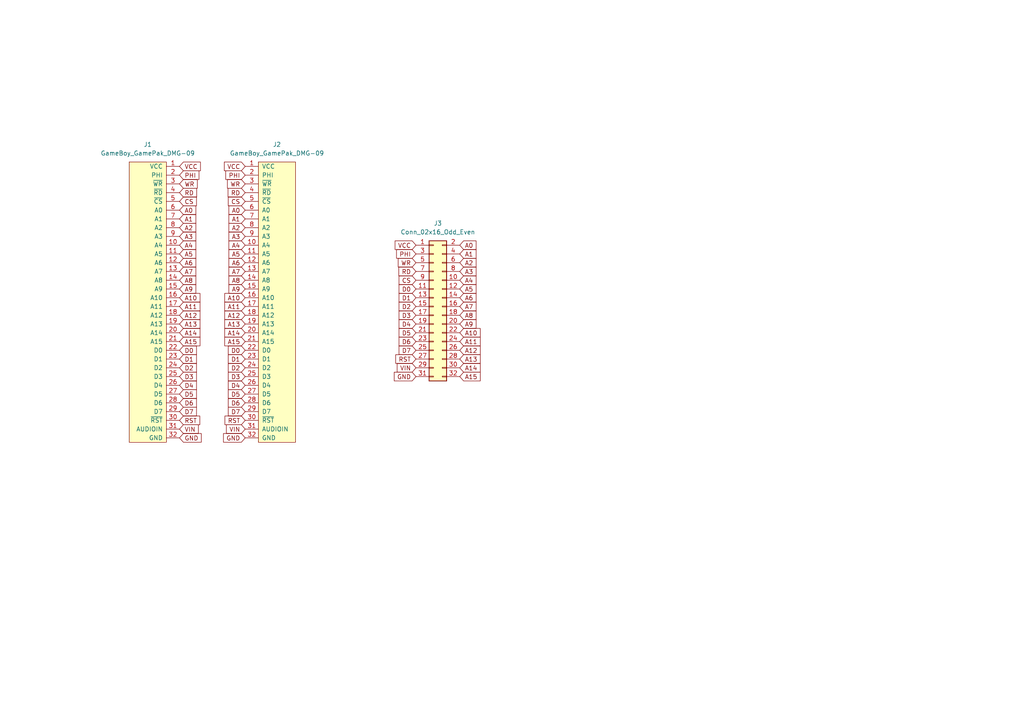
<source format=kicad_sch>
(kicad_sch (version 20250114) (generator "eeschema") (generator_version "9.0")
  (paper "A4")
  (lib_symbols
    (symbol "Connector_GameBoy:GameBoy_GamePak_DMG-09" (pin_names (offset 1.016))
      (property "Reference" "J" (at -1.27 41.91 0))
      (property "Value" "GameBoy_GamePak_DMG-09" (at -4.445 -42.545 0))
      (symbol "GameBoy_GamePak_DMG-09_0_1"
        (rectangle (start 0 40.64) (end -10.795 -40.64) (fill (type background)))
      )
      (symbol "GameBoy_GamePak_DMG-09_1_1"
        (pin passive line (at 3.81 39.37 180) (length 3.81) (name "VCC") (number "1"))
        (pin passive line (at 3.81 36.83 180) (length 3.81) (name "PHI") (number "2"))
        (pin passive line (at 3.81 34.29 180) (length 3.81) (name "~{WR}") (number "3"))
        (pin passive line (at 3.81 31.75 180) (length 3.81) (name "~{RD}") (number "4"))
        (pin passive line (at 3.81 29.21 180) (length 3.81) (name "~{CS}") (number "5"))
        (pin passive line (at 3.81 26.67 180) (length 3.81) (name "A0") (number "6"))
        (pin passive line (at 3.81 24.13 180) (length 3.81) (name "A1") (number "7"))
        (pin passive line (at 3.81 21.59 180) (length 3.81) (name "A2") (number "8"))
        (pin passive line (at 3.81 19.05 180) (length 3.81) (name "A3") (number "9"))
        (pin passive line (at 3.81 16.51 180) (length 3.81) (name "A4") (number "10"))
        (pin passive line (at 3.81 13.97 180) (length 3.81) (name "A5") (number "11"))
        (pin passive line (at 3.81 11.43 180) (length 3.81) (name "A6") (number "12"))
        (pin passive line (at 3.81 8.89 180) (length 3.81) (name "A7") (number "13"))
        (pin passive line (at 3.81 6.35 180) (length 3.81) (name "A8") (number "14"))
        (pin passive line (at 3.81 3.81 180) (length 3.81) (name "A9") (number "15"))
        (pin passive line (at 3.81 1.27 180) (length 3.81) (name "A10") (number "16"))
        (pin passive line (at 3.81 -1.27 180) (length 3.81) (name "A11") (number "17"))
        (pin passive line (at 3.81 -3.81 180) (length 3.81) (name "A12") (number "18"))
        (pin passive line (at 3.81 -6.35 180) (length 3.81) (name "A13") (number "19"))
        (pin passive line (at 3.81 -8.89 180) (length 3.81) (name "A14") (number "20"))
        (pin passive line (at 3.81 -11.43 180) (length 3.81) (name "A15") (number "21"))
        (pin passive line (at 3.81 -13.97 180) (length 3.81) (name "D0") (number "22"))
        (pin passive line (at 3.81 -16.51 180) (length 3.81) (name "D1") (number "23"))
        (pin passive line (at 3.81 -19.05 180) (length 3.81) (name "D2") (number "24"))
        (pin passive line (at 3.81 -21.59 180) (length 3.81) (name "D3") (number "25"))
        (pin passive line (at 3.81 -24.13 180) (length 3.81) (name "D4") (number "26"))
        (pin passive line (at 3.81 -26.67 180) (length 3.81) (name "D5") (number "27"))
        (pin passive line (at 3.81 -29.21 180) (length 3.81) (name "D6") (number "28"))
        (pin passive line (at 3.81 -31.75 180) (length 3.81) (name "D7") (number "29"))
        (pin passive line (at 3.81 -34.29 180) (length 3.81) (name "~{RST}") (number "30"))
        (pin passive line (at 3.81 -36.83 180) (length 3.81) (name "AUDIOIN") (number "31"))
        (pin passive line (at 3.81 -39.37 180) (length 3.81) (name "GND") (number "32"))
      )
    )
    (symbol "Connector_Generic:Conn_02x16_Odd_Even" (pin_names (offset 1.016) (hide yes))
      (property "Reference" "J" (at 1.27 20.32 0))
      (property "Value" "Conn_02x16_Odd_Even" (at 1.27 -22.86 0))
      (symbol "Conn_02x16_Odd_Even_1_1"
        (rectangle (start -1.27 19.05) (end 3.81 -21.59) (stroke (width 0.254)) (fill (type background)))
        (rectangle (start -1.27 17.907) (end 0 17.653) (stroke (width 0.1524)))
        (rectangle (start -1.27 15.367) (end 0 15.113) (stroke (width 0.1524)))
        (rectangle (start -1.27 12.827) (end 0 12.573) (stroke (width 0.1524)))
        (rectangle (start -1.27 10.287) (end 0 10.033) (stroke (width 0.1524)))
        (rectangle (start -1.27 7.747) (end 0 7.493) (stroke (width 0.1524)))
        (rectangle (start -1.27 5.207) (end 0 4.953) (stroke (width 0.1524)))
        (rectangle (start -1.27 2.667) (end 0 2.413) (stroke (width 0.1524)))
        (rectangle (start -1.27 0.127) (end 0 -0.127) (stroke (width 0.1524)))
        (rectangle (start -1.27 -2.413) (end 0 -2.667) (stroke (width 0.1524)))
        (rectangle (start -1.27 -4.953) (end 0 -5.207) (stroke (width 0.1524)))
        (rectangle (start -1.27 -7.493) (end 0 -7.747) (stroke (width 0.1524)))
        (rectangle (start -1.27 -10.033) (end 0 -10.287) (stroke (width 0.1524)))
        (rectangle (start -1.27 -12.573) (end 0 -12.827) (stroke (width 0.1524)))
        (rectangle (start -1.27 -15.113) (end 0 -15.367) (stroke (width 0.1524)))
        (rectangle (start -1.27 -17.653) (end 0 -17.907) (stroke (width 0.1524)))
        (rectangle (start -1.27 -20.193) (end 0 -20.447) (stroke (width 0.1524)))
        (rectangle (start 3.81 17.907) (end 2.54 17.653) (stroke (width 0.1524)))
        (rectangle (start 3.81 15.367) (end 2.54 15.113) (stroke (width 0.1524)))
        (rectangle (start 3.81 12.827) (end 2.54 12.573) (stroke (width 0.1524)))
        (rectangle (start 3.81 10.287) (end 2.54 10.033) (stroke (width 0.1524)))
        (rectangle (start 3.81 7.747) (end 2.54 7.493) (stroke (width 0.1524)))
        (rectangle (start 3.81 5.207) (end 2.54 4.953) (stroke (width 0.1524)))
        (rectangle (start 3.81 2.667) (end 2.54 2.413) (stroke (width 0.1524)))
        (rectangle (start 3.81 0.127) (end 2.54 -0.127) (stroke (width 0.1524)))
        (rectangle (start 3.81 -2.413) (end 2.54 -2.667) (stroke (width 0.1524)))
        (rectangle (start 3.81 -4.953) (end 2.54 -5.207) (stroke (width 0.1524)))
        (rectangle (start 3.81 -7.493) (end 2.54 -7.747) (stroke (width 0.1524)))
        (rectangle (start 3.81 -10.033) (end 2.54 -10.287) (stroke (width 0.1524)))
        (rectangle (start 3.81 -12.573) (end 2.54 -12.827) (stroke (width 0.1524)))
        (rectangle (start 3.81 -15.113) (end 2.54 -15.367) (stroke (width 0.1524)))
        (rectangle (start 3.81 -17.653) (end 2.54 -17.907) (stroke (width 0.1524)))
        (rectangle (start 3.81 -20.193) (end 2.54 -20.447) (stroke (width 0.1524)))
        (pin passive line (at -5.08 17.78 0) (length 3.81) (name "Pin_1") (number "1"))
        (pin passive line (at -5.08 15.24 0) (length 3.81) (name "Pin_3") (number "3"))
        (pin passive line (at -5.08 12.7 0) (length 3.81) (name "Pin_5") (number "5"))
        (pin passive line (at -5.08 10.16 0) (length 3.81) (name "Pin_7") (number "7"))
        (pin passive line (at -5.08 7.62 0) (length 3.81) (name "Pin_9") (number "9"))
        (pin passive line (at -5.08 5.08 0) (length 3.81) (name "Pin_11") (number "11"))
        (pin passive line (at -5.08 2.54 0) (length 3.81) (name "Pin_13") (number "13"))
        (pin passive line (at -5.08 0 0) (length 3.81) (name "Pin_15") (number "15"))
        (pin passive line (at -5.08 -2.54 0) (length 3.81) (name "Pin_17") (number "17"))
        (pin passive line (at -5.08 -5.08 0) (length 3.81) (name "Pin_19") (number "19"))
        (pin passive line (at -5.08 -7.62 0) (length 3.81) (name "Pin_21") (number "21"))
        (pin passive line (at -5.08 -10.16 0) (length 3.81) (name "Pin_23") (number "23"))
        (pin passive line (at -5.08 -12.7 0) (length 3.81) (name "Pin_25") (number "25"))
        (pin passive line (at -5.08 -15.24 0) (length 3.81) (name "Pin_27") (number "27"))
        (pin passive line (at -5.08 -17.78 0) (length 3.81) (name "Pin_29") (number "29"))
        (pin passive line (at -5.08 -20.32 0) (length 3.81) (name "Pin_31") (number "31"))
        (pin passive line (at 7.62 17.78 180) (length 3.81) (name "Pin_2") (number "2"))
        (pin passive line (at 7.62 15.24 180) (length 3.81) (name "Pin_4") (number "4"))
        (pin passive line (at 7.62 12.7 180) (length 3.81) (name "Pin_6") (number "6"))
        (pin passive line (at 7.62 10.16 180) (length 3.81) (name "Pin_8") (number "8"))
        (pin passive line (at 7.62 7.62 180) (length 3.81) (name "Pin_10") (number "10"))
        (pin passive line (at 7.62 5.08 180) (length 3.81) (name "Pin_12") (number "12"))
        (pin passive line (at 7.62 2.54 180) (length 3.81) (name "Pin_14") (number "14"))
        (pin passive line (at 7.62 0 180) (length 3.81) (name "Pin_16") (number "16"))
        (pin passive line (at 7.62 -2.54 180) (length 3.81) (name "Pin_18") (number "18"))
        (pin passive line (at 7.62 -5.08 180) (length 3.81) (name "Pin_20") (number "20"))
        (pin passive line (at 7.62 -7.62 180) (length 3.81) (name "Pin_22") (number "22"))
        (pin passive line (at 7.62 -10.16 180) (length 3.81) (name "Pin_24") (number "24"))
        (pin passive line (at 7.62 -12.7 180) (length 3.81) (name "Pin_26") (number "26"))
        (pin passive line (at 7.62 -15.24 180) (length 3.81) (name "Pin_28") (number "28"))
        (pin passive line (at 7.62 -17.78 180) (length 3.81) (name "Pin_30") (number "30"))
        (pin passive line (at 7.62 -20.32 180) (length 3.81) (name "Pin_32") (number "32"))
      )
    )
  )
  (global_label "PHI" (shape input) (at 52.07 50.8 0) (property "Intersheetrefs" "${INTERSHEET_REFS}" (effects (hide yes))))
  (global_label "CS" (shape input) (at 71.12 58.42 180) (property "Intersheetrefs" "${INTERSHEET_REFS}" (effects (hide yes))))
  (global_label "A13" (shape input) (at 133.35 104.14 0) (property "Intersheetrefs" "${INTERSHEET_REFS}" (effects (hide yes))))
  (global_label "GND" (shape input) (at 71.12 127 180) (property "Intersheetrefs" "${INTERSHEET_REFS}" (effects (hide yes))))
  (global_label "D1" (shape input) (at 71.12 104.14 180) (property "Intersheetrefs" "${INTERSHEET_REFS}" (effects (hide yes))))
  (global_label "A12" (shape input) (at 133.35 101.6 0) (property "Intersheetrefs" "${INTERSHEET_REFS}" (effects (hide yes))))
  (global_label "A4" (shape input) (at 52.07 71.12 0) (property "Intersheetrefs" "${INTERSHEET_REFS}" (effects (hide yes))))
  (global_label "A6" (shape input) (at 71.12 76.2 180) (property "Intersheetrefs" "${INTERSHEET_REFS}" (effects (hide yes))))
  (global_label "CS" (shape input) (at 120.65 81.28 180) (property "Intersheetrefs" "${INTERSHEET_REFS}" (effects (hide yes))))
  (global_label "CS" (shape input) (at 52.07 58.42 0) (property "Intersheetrefs" "${INTERSHEET_REFS}" (effects (hide yes))))
  (global_label "D4" (shape input) (at 52.07 111.76 0) (property "Intersheetrefs" "${INTERSHEET_REFS}" (effects (hide yes))))
  (global_label "D6" (shape input) (at 52.07 116.84 0) (property "Intersheetrefs" "${INTERSHEET_REFS}" (effects (hide yes))))
  (global_label "WR" (shape input) (at 120.65 76.2 180) (property "Intersheetrefs" "${INTERSHEET_REFS}" (effects (hide yes))))
  (global_label "A0" (shape input) (at 52.07 60.96 0) (property "Intersheetrefs" "${INTERSHEET_REFS}" (effects (hide yes))))
  (global_label "A9" (shape input) (at 71.12 83.82 180) (property "Intersheetrefs" "${INTERSHEET_REFS}" (effects (hide yes))))
  (global_label "A7" (shape input) (at 52.07 78.74 0) (property "Intersheetrefs" "${INTERSHEET_REFS}" (effects (hide yes))))
  (global_label "D5" (shape input) (at 120.65 96.52 180) (property "Intersheetrefs" "${INTERSHEET_REFS}" (effects (hide yes))))
  (global_label "A11" (shape input) (at 71.12 88.9 180) (property "Intersheetrefs" "${INTERSHEET_REFS}" (effects (hide yes))))
  (global_label "A10" (shape input) (at 52.07 86.36 0) (property "Intersheetrefs" "${INTERSHEET_REFS}" (effects (hide yes))))
  (global_label "D1" (shape input) (at 52.07 104.14 0) (property "Intersheetrefs" "${INTERSHEET_REFS}" (effects (hide yes))))
  (global_label "A1" (shape input) (at 133.35 73.66 0) (property "Intersheetrefs" "${INTERSHEET_REFS}" (effects (hide yes))))
  (global_label "A14" (shape input) (at 52.07 96.52 0) (property "Intersheetrefs" "${INTERSHEET_REFS}" (effects (hide yes))))
  (global_label "A5" (shape input) (at 133.35 83.82 0) (property "Intersheetrefs" "${INTERSHEET_REFS}" (effects (hide yes))))
  (global_label "VIN" (shape input) (at 71.12 124.46 180) (property "Intersheetrefs" "${INTERSHEET_REFS}" (effects (hide yes))))
  (global_label "A1" (shape input) (at 71.12 63.5 180) (property "Intersheetrefs" "${INTERSHEET_REFS}" (effects (hide yes))))
  (global_label "VCC" (shape input) (at 52.07 48.26 0) (property "Intersheetrefs" "${INTERSHEET_REFS}" (effects (hide yes))))
  (global_label "RD" (shape input) (at 120.65 78.74 180) (property "Intersheetrefs" "${INTERSHEET_REFS}" (effects (hide yes))))
  (global_label "A12" (shape input) (at 52.07 91.44 0) (property "Intersheetrefs" "${INTERSHEET_REFS}" (effects (hide yes))))
  (global_label "D5" (shape input) (at 71.12 114.3 180) (property "Intersheetrefs" "${INTERSHEET_REFS}" (effects (hide yes))))
  (global_label "PHI" (shape input) (at 120.65 73.66 180) (property "Intersheetrefs" "${INTERSHEET_REFS}" (effects (hide yes))))
  (global_label "A3" (shape input) (at 52.07 68.58 0) (property "Intersheetrefs" "${INTERSHEET_REFS}" (effects (hide yes))))
  (global_label "A8" (shape input) (at 71.12 81.28 180) (property "Intersheetrefs" "${INTERSHEET_REFS}" (effects (hide yes))))
  (global_label "A4" (shape input) (at 71.12 71.12 180) (property "Intersheetrefs" "${INTERSHEET_REFS}" (effects (hide yes))))
  (global_label "A15" (shape input) (at 133.35 109.22 0) (property "Intersheetrefs" "${INTERSHEET_REFS}" (effects (hide yes))))
  (global_label "A0" (shape input) (at 133.35 71.12 0) (property "Intersheetrefs" "${INTERSHEET_REFS}" (effects (hide yes))))
  (global_label "D2" (shape input) (at 120.65 88.9 180) (property "Intersheetrefs" "${INTERSHEET_REFS}" (effects (hide yes))))
  (global_label "A2" (shape input) (at 71.12 66.04 180) (property "Intersheetrefs" "${INTERSHEET_REFS}" (effects (hide yes))))
  (global_label "A12" (shape input) (at 71.12 91.44 180) (property "Intersheetrefs" "${INTERSHEET_REFS}" (effects (hide yes))))
  (global_label "A5" (shape input) (at 52.07 73.66 0) (property "Intersheetrefs" "${INTERSHEET_REFS}" (effects (hide yes))))
  (global_label "A11" (shape input) (at 133.35 99.06 0) (property "Intersheetrefs" "${INTERSHEET_REFS}" (effects (hide yes))))
  (global_label "A4" (shape input) (at 133.35 81.28 0) (property "Intersheetrefs" "${INTERSHEET_REFS}" (effects (hide yes))))
  (global_label "A10" (shape input) (at 71.12 86.36 180) (property "Intersheetrefs" "${INTERSHEET_REFS}" (effects (hide yes))))
  (global_label "A10" (shape input) (at 133.35 96.52 0) (property "Intersheetrefs" "${INTERSHEET_REFS}" (effects (hide yes))))
  (global_label "D3" (shape input) (at 71.12 109.22 180) (property "Intersheetrefs" "${INTERSHEET_REFS}" (effects (hide yes))))
  (global_label "D7" (shape input) (at 120.65 101.6 180) (property "Intersheetrefs" "${INTERSHEET_REFS}" (effects (hide yes))))
  (global_label "A6" (shape input) (at 133.35 86.36 0) (property "Intersheetrefs" "${INTERSHEET_REFS}" (effects (hide yes))))
  (global_label "D5" (shape input) (at 52.07 114.3 0) (property "Intersheetrefs" "${INTERSHEET_REFS}" (effects (hide yes))))
  (global_label "A6" (shape input) (at 52.07 76.2 0) (property "Intersheetrefs" "${INTERSHEET_REFS}" (effects (hide yes))))
  (global_label "A15" (shape input) (at 71.12 99.06 180) (property "Intersheetrefs" "${INTERSHEET_REFS}" (effects (hide yes))))
  (global_label "A13" (shape input) (at 71.12 93.98 180) (property "Intersheetrefs" "${INTERSHEET_REFS}" (effects (hide yes))))
  (global_label "RST" (shape input) (at 120.65 104.14 180) (property "Intersheetrefs" "${INTERSHEET_REFS}" (effects (hide yes))))
  (global_label "A7" (shape input) (at 71.12 78.74 180) (property "Intersheetrefs" "${INTERSHEET_REFS}" (effects (hide yes))))
  (global_label "A11" (shape input) (at 52.07 88.9 0) (property "Intersheetrefs" "${INTERSHEET_REFS}" (effects (hide yes))))
  (global_label "RST" (shape input) (at 52.07 121.92 0) (property "Intersheetrefs" "${INTERSHEET_REFS}" (effects (hide yes))))
  (global_label "VIN" (shape input) (at 52.07 124.46 0) (property "Intersheetrefs" "${INTERSHEET_REFS}" (effects (hide yes))))
  (global_label "D1" (shape input) (at 120.65 86.36 180) (property "Intersheetrefs" "${INTERSHEET_REFS}" (effects (hide yes))))
  (global_label "A14" (shape input) (at 133.35 106.68 0) (property "Intersheetrefs" "${INTERSHEET_REFS}" (effects (hide yes))))
  (global_label "A2" (shape input) (at 52.07 66.04 0) (property "Intersheetrefs" "${INTERSHEET_REFS}" (effects (hide yes))))
  (global_label "PHI" (shape input) (at 71.12 50.8 180) (property "Intersheetrefs" "${INTERSHEET_REFS}" (effects (hide yes))))
  (global_label "RD" (shape input) (at 52.07 55.88 0) (property "Intersheetrefs" "${INTERSHEET_REFS}" (effects (hide yes))))
  (global_label "A0" (shape input) (at 71.12 60.96 180) (property "Intersheetrefs" "${INTERSHEET_REFS}" (effects (hide yes))))
  (global_label "D2" (shape input) (at 52.07 106.68 0) (property "Intersheetrefs" "${INTERSHEET_REFS}" (effects (hide yes))))
  (global_label "A5" (shape input) (at 71.12 73.66 180) (property "Intersheetrefs" "${INTERSHEET_REFS}" (effects (hide yes))))
  (global_label "A7" (shape input) (at 133.35 88.9 0) (property "Intersheetrefs" "${INTERSHEET_REFS}" (effects (hide yes))))
  (global_label "A9" (shape input) (at 133.35 93.98 0) (property "Intersheetrefs" "${INTERSHEET_REFS}" (effects (hide yes))))
  (global_label "A13" (shape input) (at 52.07 93.98 0) (property "Intersheetrefs" "${INTERSHEET_REFS}" (effects (hide yes))))
  (global_label "A8" (shape input) (at 133.35 91.44 0) (property "Intersheetrefs" "${INTERSHEET_REFS}" (effects (hide yes))))
  (global_label "A3" (shape input) (at 71.12 68.58 180) (property "Intersheetrefs" "${INTERSHEET_REFS}" (effects (hide yes))))
  (global_label "D7" (shape input) (at 71.12 119.38 180) (property "Intersheetrefs" "${INTERSHEET_REFS}" (effects (hide yes))))
  (global_label "VCC" (shape input) (at 120.65 71.12 180) (property "Intersheetrefs" "${INTERSHEET_REFS}" (effects (hide yes))))
  (global_label "D2" (shape input) (at 71.12 106.68 180) (property "Intersheetrefs" "${INTERSHEET_REFS}" (effects (hide yes))))
  (global_label "D0" (shape input) (at 120.65 83.82 180) (property "Intersheetrefs" "${INTERSHEET_REFS}" (effects (hide yes))))
  (global_label "A8" (shape input) (at 52.07 81.28 0) (property "Intersheetrefs" "${INTERSHEET_REFS}" (effects (hide yes))))
  (global_label "D3" (shape input) (at 120.65 91.44 180) (property "Intersheetrefs" "${INTERSHEET_REFS}" (effects (hide yes))))
  (global_label "A14" (shape input) (at 71.12 96.52 180) (property "Intersheetrefs" "${INTERSHEET_REFS}" (effects (hide yes))))
  (global_label "A2" (shape input) (at 133.35 76.2 0) (property "Intersheetrefs" "${INTERSHEET_REFS}" (effects (hide yes))))
  (global_label "VIN" (shape input) (at 120.65 106.68 180) (property "Intersheetrefs" "${INTERSHEET_REFS}" (effects (hide yes))))
  (global_label "A3" (shape input) (at 133.35 78.74 0) (property "Intersheetrefs" "${INTERSHEET_REFS}" (effects (hide yes))))
  (global_label "D0" (shape input) (at 71.12 101.6 180) (property "Intersheetrefs" "${INTERSHEET_REFS}" (effects (hide yes))))
  (global_label "A15" (shape input) (at 52.07 99.06 0) (property "Intersheetrefs" "${INTERSHEET_REFS}" (effects (hide yes))))
  (global_label "VCC" (shape input) (at 71.12 48.26 180) (property "Intersheetrefs" "${INTERSHEET_REFS}" (effects (hide yes))))
  (global_label "A1" (shape input) (at 52.07 63.5 0) (property "Intersheetrefs" "${INTERSHEET_REFS}" (effects (hide yes))))
  (global_label "D6" (shape input) (at 71.12 116.84 180) (property "Intersheetrefs" "${INTERSHEET_REFS}" (effects (hide yes))))
  (global_label "D4" (shape input) (at 120.65 93.98 180) (property "Intersheetrefs" "${INTERSHEET_REFS}" (effects (hide yes))))
  (global_label "D3" (shape input) (at 52.07 109.22 0) (property "Intersheetrefs" "${INTERSHEET_REFS}" (effects (hide yes))))
  (global_label "WR" (shape input) (at 71.12 53.34 180) (property "Intersheetrefs" "${INTERSHEET_REFS}" (effects (hide yes))))
  (global_label "D4" (shape input) (at 71.12 111.76 180) (property "Intersheetrefs" "${INTERSHEET_REFS}" (effects (hide yes))))
  (global_label "GND" (shape input) (at 120.65 109.22 180) (property "Intersheetrefs" "${INTERSHEET_REFS}" (effects (hide yes))))
  (global_label "GND" (shape input) (at 52.07 127 0) (property "Intersheetrefs" "${INTERSHEET_REFS}" (effects (hide yes))))
  (global_label "RD" (shape input) (at 71.12 55.88 180) (property "Intersheetrefs" "${INTERSHEET_REFS}" (effects (hide yes))))
  (global_label "D0" (shape input) (at 52.07 101.6 0) (property "Intersheetrefs" "${INTERSHEET_REFS}" (effects (hide yes))))
  (global_label "WR" (shape input) (at 52.07 53.34 0) (property "Intersheetrefs" "${INTERSHEET_REFS}" (effects (hide yes))))
  (global_label "D7" (shape input) (at 52.07 119.38 0) (property "Intersheetrefs" "${INTERSHEET_REFS}" (effects (hide yes))))
  (global_label "D6" (shape input) (at 120.65 99.06 180) (property "Intersheetrefs" "${INTERSHEET_REFS}" (effects (hide yes))))
  (global_label "RST" (shape input) (at 71.12 121.92 180) (property "Intersheetrefs" "${INTERSHEET_REFS}" (effects (hide yes))))
  (global_label "A9" (shape input) (at 52.07 83.82 0) (property "Intersheetrefs" "${INTERSHEET_REFS}" (effects (hide yes))))
  (symbol (lib_id "Connector_GameBoy:GameBoy_GamePak_DMG-09") (at 48.26 87.63 0) (unit 1)
    (property "Reference" "J1" (at 42.8625 41.91 0))
    (property "Value" "GameBoy_GamePak_DMG-09" (at 42.8625 44.45 0))
    (property "Footprint" "Connector_GameBoy:GameBoy_GamePak_DMG-09_P1.50mm_Edge" (effects (hide yes)))
    (property "Description" "Game Boy Game Pak edge connector" (effects (hide yes)))
  )
  (symbol (lib_id "Connector_GameBoy:GameBoy_GamePak_DMG-09") (at 74.93 87.63 0) (mirror y) (unit 1)
    (property "Reference" "J2" (at 80.3275 41.91 0))
    (property "Value" "GameBoy_GamePak_DMG-09" (at 80.3275 44.45 0))
    (property "Footprint" "Library:GB_GBC_1x32" (effects (hide yes)))
    (property "Description" "Game Boy Game Pak edge connector" (effects (hide yes)))
  )
  (symbol (lib_id "Connector_Generic:Conn_02x16_Odd_Even") (at 125.73 88.9 0) (unit 1)
    (property "Reference" "J3" (at 127 64.77 0))
    (property "Value" "Conn_02x16_Odd_Even" (at 127 67.31 0))
    (property "Footprint" "Connector_PinHeader_2.54mm:PinHeader_2x16_P2.54mm_Vertical_SMD" (effects (hide yes)))
    (property "Description" "Generic connector, double row, 02x16, odd/even pin numbering scheme (row 1 odd numbers, row 2 even numbers), script generated (kicad-library-utils/schlib/autogen/connector/)" (effects (hide yes)))
  )
)
</source>
